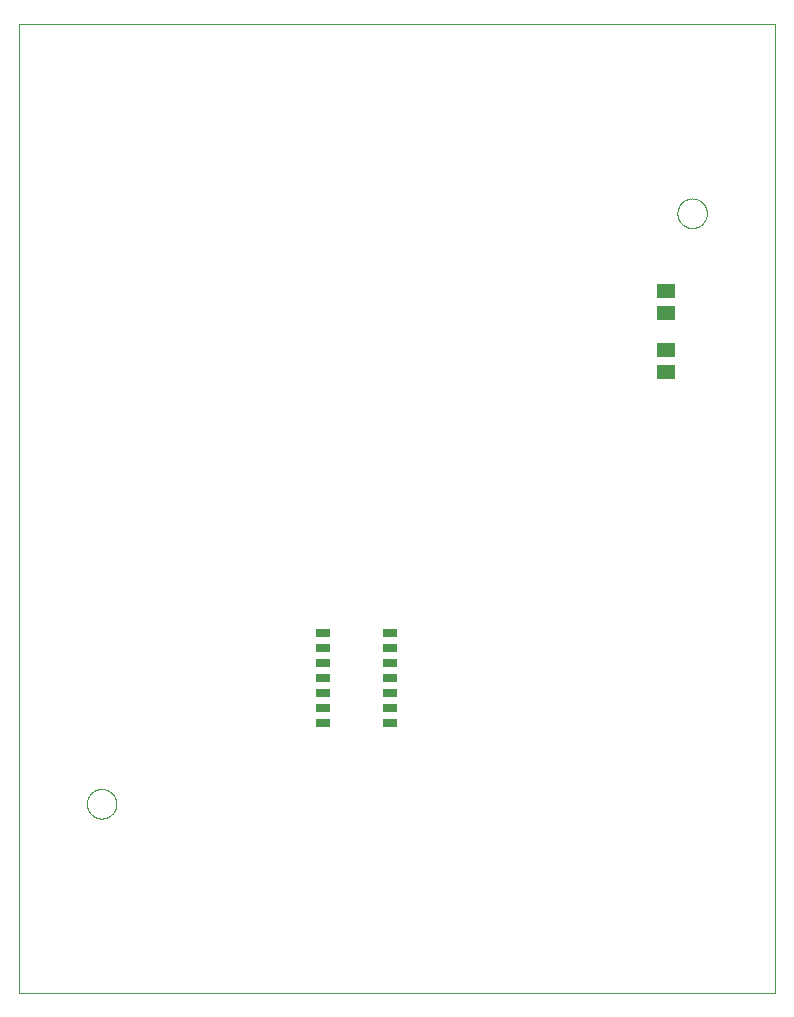
<source format=gbp>
G75*
%MOIN*%
%OFA0B0*%
%FSLAX25Y25*%
%IPPOS*%
%LPD*%
%AMOC8*
5,1,8,0,0,1.08239X$1,22.5*
%
%ADD10C,0.00000*%
%ADD11R,0.05000X0.02500*%
%ADD12R,0.05906X0.05118*%
D10*
X0001300Y0001300D02*
X0001300Y0324135D01*
X0253269Y0324135D01*
X0253269Y0001300D01*
X0001300Y0001300D01*
X0023938Y0064292D02*
X0023940Y0064432D01*
X0023946Y0064572D01*
X0023956Y0064711D01*
X0023970Y0064850D01*
X0023988Y0064989D01*
X0024009Y0065127D01*
X0024035Y0065265D01*
X0024065Y0065402D01*
X0024098Y0065537D01*
X0024136Y0065672D01*
X0024177Y0065806D01*
X0024222Y0065939D01*
X0024270Y0066070D01*
X0024323Y0066199D01*
X0024379Y0066328D01*
X0024438Y0066454D01*
X0024502Y0066579D01*
X0024568Y0066702D01*
X0024639Y0066823D01*
X0024712Y0066942D01*
X0024789Y0067059D01*
X0024870Y0067173D01*
X0024953Y0067285D01*
X0025040Y0067395D01*
X0025130Y0067503D01*
X0025222Y0067607D01*
X0025318Y0067709D01*
X0025417Y0067809D01*
X0025518Y0067905D01*
X0025622Y0067999D01*
X0025729Y0068089D01*
X0025838Y0068176D01*
X0025950Y0068261D01*
X0026064Y0068342D01*
X0026180Y0068420D01*
X0026298Y0068494D01*
X0026419Y0068565D01*
X0026541Y0068633D01*
X0026666Y0068697D01*
X0026792Y0068758D01*
X0026919Y0068815D01*
X0027049Y0068868D01*
X0027180Y0068918D01*
X0027312Y0068963D01*
X0027445Y0069006D01*
X0027580Y0069044D01*
X0027715Y0069078D01*
X0027852Y0069109D01*
X0027989Y0069136D01*
X0028127Y0069158D01*
X0028266Y0069177D01*
X0028405Y0069192D01*
X0028544Y0069203D01*
X0028684Y0069210D01*
X0028824Y0069213D01*
X0028964Y0069212D01*
X0029104Y0069207D01*
X0029243Y0069198D01*
X0029383Y0069185D01*
X0029522Y0069168D01*
X0029660Y0069147D01*
X0029798Y0069123D01*
X0029935Y0069094D01*
X0030071Y0069062D01*
X0030206Y0069025D01*
X0030340Y0068985D01*
X0030473Y0068941D01*
X0030604Y0068893D01*
X0030734Y0068842D01*
X0030863Y0068787D01*
X0030990Y0068728D01*
X0031115Y0068665D01*
X0031238Y0068600D01*
X0031360Y0068530D01*
X0031479Y0068457D01*
X0031597Y0068381D01*
X0031712Y0068302D01*
X0031825Y0068219D01*
X0031935Y0068133D01*
X0032043Y0068044D01*
X0032148Y0067952D01*
X0032251Y0067857D01*
X0032351Y0067759D01*
X0032448Y0067659D01*
X0032542Y0067555D01*
X0032634Y0067449D01*
X0032722Y0067341D01*
X0032807Y0067230D01*
X0032889Y0067116D01*
X0032968Y0067000D01*
X0033043Y0066883D01*
X0033115Y0066763D01*
X0033183Y0066641D01*
X0033248Y0066517D01*
X0033310Y0066391D01*
X0033368Y0066264D01*
X0033422Y0066135D01*
X0033473Y0066004D01*
X0033519Y0065872D01*
X0033562Y0065739D01*
X0033602Y0065605D01*
X0033637Y0065470D01*
X0033669Y0065333D01*
X0033696Y0065196D01*
X0033720Y0065058D01*
X0033740Y0064920D01*
X0033756Y0064781D01*
X0033768Y0064641D01*
X0033776Y0064502D01*
X0033780Y0064362D01*
X0033780Y0064222D01*
X0033776Y0064082D01*
X0033768Y0063943D01*
X0033756Y0063803D01*
X0033740Y0063664D01*
X0033720Y0063526D01*
X0033696Y0063388D01*
X0033669Y0063251D01*
X0033637Y0063114D01*
X0033602Y0062979D01*
X0033562Y0062845D01*
X0033519Y0062712D01*
X0033473Y0062580D01*
X0033422Y0062449D01*
X0033368Y0062320D01*
X0033310Y0062193D01*
X0033248Y0062067D01*
X0033183Y0061943D01*
X0033115Y0061821D01*
X0033043Y0061701D01*
X0032968Y0061584D01*
X0032889Y0061468D01*
X0032807Y0061354D01*
X0032722Y0061243D01*
X0032634Y0061135D01*
X0032542Y0061029D01*
X0032448Y0060925D01*
X0032351Y0060825D01*
X0032251Y0060727D01*
X0032148Y0060632D01*
X0032043Y0060540D01*
X0031935Y0060451D01*
X0031825Y0060365D01*
X0031712Y0060282D01*
X0031597Y0060203D01*
X0031479Y0060127D01*
X0031360Y0060054D01*
X0031238Y0059984D01*
X0031115Y0059919D01*
X0030990Y0059856D01*
X0030863Y0059797D01*
X0030734Y0059742D01*
X0030604Y0059691D01*
X0030473Y0059643D01*
X0030340Y0059599D01*
X0030206Y0059559D01*
X0030071Y0059522D01*
X0029935Y0059490D01*
X0029798Y0059461D01*
X0029660Y0059437D01*
X0029522Y0059416D01*
X0029383Y0059399D01*
X0029243Y0059386D01*
X0029104Y0059377D01*
X0028964Y0059372D01*
X0028824Y0059371D01*
X0028684Y0059374D01*
X0028544Y0059381D01*
X0028405Y0059392D01*
X0028266Y0059407D01*
X0028127Y0059426D01*
X0027989Y0059448D01*
X0027852Y0059475D01*
X0027715Y0059506D01*
X0027580Y0059540D01*
X0027445Y0059578D01*
X0027312Y0059621D01*
X0027180Y0059666D01*
X0027049Y0059716D01*
X0026919Y0059769D01*
X0026792Y0059826D01*
X0026666Y0059887D01*
X0026541Y0059951D01*
X0026419Y0060019D01*
X0026298Y0060090D01*
X0026180Y0060164D01*
X0026064Y0060242D01*
X0025950Y0060323D01*
X0025838Y0060408D01*
X0025729Y0060495D01*
X0025622Y0060585D01*
X0025518Y0060679D01*
X0025417Y0060775D01*
X0025318Y0060875D01*
X0025222Y0060977D01*
X0025130Y0061081D01*
X0025040Y0061189D01*
X0024953Y0061299D01*
X0024870Y0061411D01*
X0024789Y0061525D01*
X0024712Y0061642D01*
X0024639Y0061761D01*
X0024568Y0061882D01*
X0024502Y0062005D01*
X0024438Y0062130D01*
X0024379Y0062256D01*
X0024323Y0062385D01*
X0024270Y0062514D01*
X0024222Y0062645D01*
X0024177Y0062778D01*
X0024136Y0062912D01*
X0024098Y0063047D01*
X0024065Y0063182D01*
X0024035Y0063319D01*
X0024009Y0063457D01*
X0023988Y0063595D01*
X0023970Y0063734D01*
X0023956Y0063873D01*
X0023946Y0064012D01*
X0023940Y0064152D01*
X0023938Y0064292D01*
X0220788Y0261143D02*
X0220790Y0261283D01*
X0220796Y0261423D01*
X0220806Y0261562D01*
X0220820Y0261701D01*
X0220838Y0261840D01*
X0220859Y0261978D01*
X0220885Y0262116D01*
X0220915Y0262253D01*
X0220948Y0262388D01*
X0220986Y0262523D01*
X0221027Y0262657D01*
X0221072Y0262790D01*
X0221120Y0262921D01*
X0221173Y0263050D01*
X0221229Y0263179D01*
X0221288Y0263305D01*
X0221352Y0263430D01*
X0221418Y0263553D01*
X0221489Y0263674D01*
X0221562Y0263793D01*
X0221639Y0263910D01*
X0221720Y0264024D01*
X0221803Y0264136D01*
X0221890Y0264246D01*
X0221980Y0264354D01*
X0222072Y0264458D01*
X0222168Y0264560D01*
X0222267Y0264660D01*
X0222368Y0264756D01*
X0222472Y0264850D01*
X0222579Y0264940D01*
X0222688Y0265027D01*
X0222800Y0265112D01*
X0222914Y0265193D01*
X0223030Y0265271D01*
X0223148Y0265345D01*
X0223269Y0265416D01*
X0223391Y0265484D01*
X0223516Y0265548D01*
X0223642Y0265609D01*
X0223769Y0265666D01*
X0223899Y0265719D01*
X0224030Y0265769D01*
X0224162Y0265814D01*
X0224295Y0265857D01*
X0224430Y0265895D01*
X0224565Y0265929D01*
X0224702Y0265960D01*
X0224839Y0265987D01*
X0224977Y0266009D01*
X0225116Y0266028D01*
X0225255Y0266043D01*
X0225394Y0266054D01*
X0225534Y0266061D01*
X0225674Y0266064D01*
X0225814Y0266063D01*
X0225954Y0266058D01*
X0226093Y0266049D01*
X0226233Y0266036D01*
X0226372Y0266019D01*
X0226510Y0265998D01*
X0226648Y0265974D01*
X0226785Y0265945D01*
X0226921Y0265913D01*
X0227056Y0265876D01*
X0227190Y0265836D01*
X0227323Y0265792D01*
X0227454Y0265744D01*
X0227584Y0265693D01*
X0227713Y0265638D01*
X0227840Y0265579D01*
X0227965Y0265516D01*
X0228088Y0265451D01*
X0228210Y0265381D01*
X0228329Y0265308D01*
X0228447Y0265232D01*
X0228562Y0265153D01*
X0228675Y0265070D01*
X0228785Y0264984D01*
X0228893Y0264895D01*
X0228998Y0264803D01*
X0229101Y0264708D01*
X0229201Y0264610D01*
X0229298Y0264510D01*
X0229392Y0264406D01*
X0229484Y0264300D01*
X0229572Y0264192D01*
X0229657Y0264081D01*
X0229739Y0263967D01*
X0229818Y0263851D01*
X0229893Y0263734D01*
X0229965Y0263614D01*
X0230033Y0263492D01*
X0230098Y0263368D01*
X0230160Y0263242D01*
X0230218Y0263115D01*
X0230272Y0262986D01*
X0230323Y0262855D01*
X0230369Y0262723D01*
X0230412Y0262590D01*
X0230452Y0262456D01*
X0230487Y0262321D01*
X0230519Y0262184D01*
X0230546Y0262047D01*
X0230570Y0261909D01*
X0230590Y0261771D01*
X0230606Y0261632D01*
X0230618Y0261492D01*
X0230626Y0261353D01*
X0230630Y0261213D01*
X0230630Y0261073D01*
X0230626Y0260933D01*
X0230618Y0260794D01*
X0230606Y0260654D01*
X0230590Y0260515D01*
X0230570Y0260377D01*
X0230546Y0260239D01*
X0230519Y0260102D01*
X0230487Y0259965D01*
X0230452Y0259830D01*
X0230412Y0259696D01*
X0230369Y0259563D01*
X0230323Y0259431D01*
X0230272Y0259300D01*
X0230218Y0259171D01*
X0230160Y0259044D01*
X0230098Y0258918D01*
X0230033Y0258794D01*
X0229965Y0258672D01*
X0229893Y0258552D01*
X0229818Y0258435D01*
X0229739Y0258319D01*
X0229657Y0258205D01*
X0229572Y0258094D01*
X0229484Y0257986D01*
X0229392Y0257880D01*
X0229298Y0257776D01*
X0229201Y0257676D01*
X0229101Y0257578D01*
X0228998Y0257483D01*
X0228893Y0257391D01*
X0228785Y0257302D01*
X0228675Y0257216D01*
X0228562Y0257133D01*
X0228447Y0257054D01*
X0228329Y0256978D01*
X0228210Y0256905D01*
X0228088Y0256835D01*
X0227965Y0256770D01*
X0227840Y0256707D01*
X0227713Y0256648D01*
X0227584Y0256593D01*
X0227454Y0256542D01*
X0227323Y0256494D01*
X0227190Y0256450D01*
X0227056Y0256410D01*
X0226921Y0256373D01*
X0226785Y0256341D01*
X0226648Y0256312D01*
X0226510Y0256288D01*
X0226372Y0256267D01*
X0226233Y0256250D01*
X0226093Y0256237D01*
X0225954Y0256228D01*
X0225814Y0256223D01*
X0225674Y0256222D01*
X0225534Y0256225D01*
X0225394Y0256232D01*
X0225255Y0256243D01*
X0225116Y0256258D01*
X0224977Y0256277D01*
X0224839Y0256299D01*
X0224702Y0256326D01*
X0224565Y0256357D01*
X0224430Y0256391D01*
X0224295Y0256429D01*
X0224162Y0256472D01*
X0224030Y0256517D01*
X0223899Y0256567D01*
X0223769Y0256620D01*
X0223642Y0256677D01*
X0223516Y0256738D01*
X0223391Y0256802D01*
X0223269Y0256870D01*
X0223148Y0256941D01*
X0223030Y0257015D01*
X0222914Y0257093D01*
X0222800Y0257174D01*
X0222688Y0257259D01*
X0222579Y0257346D01*
X0222472Y0257436D01*
X0222368Y0257530D01*
X0222267Y0257626D01*
X0222168Y0257726D01*
X0222072Y0257828D01*
X0221980Y0257932D01*
X0221890Y0258040D01*
X0221803Y0258150D01*
X0221720Y0258262D01*
X0221639Y0258376D01*
X0221562Y0258493D01*
X0221489Y0258612D01*
X0221418Y0258733D01*
X0221352Y0258856D01*
X0221288Y0258981D01*
X0221229Y0259107D01*
X0221173Y0259236D01*
X0221120Y0259365D01*
X0221072Y0259496D01*
X0221027Y0259629D01*
X0220986Y0259763D01*
X0220948Y0259898D01*
X0220915Y0260033D01*
X0220885Y0260170D01*
X0220859Y0260308D01*
X0220838Y0260446D01*
X0220820Y0260585D01*
X0220806Y0260724D01*
X0220796Y0260863D01*
X0220790Y0261003D01*
X0220788Y0261143D01*
D11*
X0125158Y0121261D03*
X0125158Y0116261D03*
X0125158Y0111261D03*
X0125158Y0106261D03*
X0125158Y0101261D03*
X0125158Y0096261D03*
X0125158Y0091261D03*
X0102560Y0091261D03*
X0102560Y0096261D03*
X0102560Y0101261D03*
X0102560Y0106261D03*
X0102560Y0111261D03*
X0102560Y0116261D03*
X0102560Y0121261D03*
D12*
X0216851Y0208190D03*
X0216851Y0215670D03*
X0216851Y0227875D03*
X0216851Y0235355D03*
M02*

</source>
